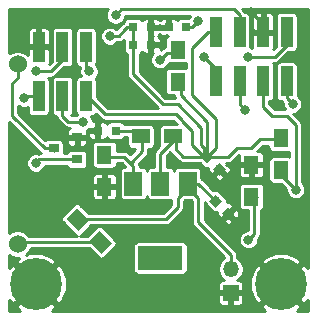
<source format=gbr>
G04 #@! TF.GenerationSoftware,KiCad,Pcbnew,no-vcs-found-33e0758~58~ubuntu16.04.1*
G04 #@! TF.CreationDate,2018-03-21T11:11:48+01:00*
G04 #@! TF.ProjectId,dropbuzzer,64726F7062757A7A65722E6B69636164,rev?*
G04 #@! TF.FileFunction,Copper,L2,Bot,Signal*
G04 #@! TF.FilePolarity,Positive*
%FSLAX46Y46*%
G04 Gerber Fmt 4.6, Leading zero omitted, Abs format (unit mm)*
G04 Created by KiCad (PCBNEW no-vcs-found-33e0758~58~ubuntu16.04.1) date Wed Mar 21 11:11:48 2018*
%MOMM*%
%LPD*%
G01*
G04 APERTURE LIST*
%ADD10C,0.100000*%
%ADD11C,4.400000*%
%ADD12C,1.524000*%
%ADD13R,1.000000X2.580000*%
%ADD14R,0.900000X0.800000*%
%ADD15R,0.800000X0.750000*%
%ADD16C,0.750000*%
%ADD17R,1.350000X1.350000*%
%ADD18O,1.350000X1.350000*%
%ADD19R,1.300000X1.500000*%
%ADD20C,1.300000*%
%ADD21R,1.500000X1.300000*%
%ADD22R,1.500000X2.000000*%
%ADD23R,3.800000X2.000000*%
%ADD24C,0.800000*%
%ADD25C,0.250000*%
%ADD26C,0.254000*%
G04 APERTURE END LIST*
D10*
D11*
X103000000Y-76500000D03*
D12*
X101450000Y-73100000D03*
X101450000Y-57900000D03*
D11*
X123750000Y-76500000D03*
D13*
X107250000Y-60585000D03*
X107250000Y-56415000D03*
X105250000Y-60585000D03*
X105250000Y-56415000D03*
X103250000Y-60585000D03*
X103250000Y-56415000D03*
X118250000Y-55165000D03*
X118250000Y-59335000D03*
X120250000Y-55165000D03*
X120250000Y-59335000D03*
X122250000Y-55165000D03*
X122250000Y-59335000D03*
X124250000Y-55165000D03*
X124250000Y-59335000D03*
D14*
X106500000Y-64050000D03*
X106500000Y-65950000D03*
X104500000Y-65000000D03*
D15*
X114250000Y-54750000D03*
X115750000Y-54750000D03*
X112750000Y-54750000D03*
X111250000Y-54750000D03*
X111250000Y-56250000D03*
X112750000Y-56250000D03*
D16*
X118219670Y-69469670D03*
D10*
G36*
X117671662Y-69451992D02*
X118201992Y-68921662D01*
X118767678Y-69487348D01*
X118237348Y-70017678D01*
X117671662Y-69451992D01*
X117671662Y-69451992D01*
G37*
D16*
X119280330Y-70530330D03*
D10*
G36*
X118732322Y-70512652D02*
X119262652Y-69982322D01*
X119828338Y-70548008D01*
X119298008Y-71078338D01*
X118732322Y-70512652D01*
X118732322Y-70512652D01*
G37*
D15*
X109750000Y-63500000D03*
X108250000Y-63500000D03*
D16*
X118530330Y-66780330D03*
D10*
G36*
X117982322Y-66762652D02*
X118512652Y-66232322D01*
X119078338Y-66798008D01*
X118548008Y-67328338D01*
X117982322Y-66762652D01*
X117982322Y-66762652D01*
G37*
D16*
X117469670Y-65719670D03*
D10*
G36*
X116921662Y-65701992D02*
X117451992Y-65171662D01*
X118017678Y-65737348D01*
X117487348Y-66267678D01*
X116921662Y-65701992D01*
X116921662Y-65701992D01*
G37*
D17*
X119500000Y-77250000D03*
D18*
X119500000Y-75250000D03*
D19*
X115000000Y-59350000D03*
X115000000Y-56650000D03*
X121250000Y-66400000D03*
X121250000Y-69100000D03*
X123750000Y-66850000D03*
X123750000Y-64150000D03*
D20*
X108454594Y-72954594D03*
D10*
G36*
X107464645Y-72883883D02*
X108383883Y-71964645D01*
X109444543Y-73025305D01*
X108525305Y-73944543D01*
X107464645Y-72883883D01*
X107464645Y-72883883D01*
G37*
D20*
X106545406Y-71045406D03*
D10*
G36*
X105555457Y-70974695D02*
X106474695Y-70055457D01*
X107535355Y-71116117D01*
X106616117Y-72035355D01*
X105555457Y-70974695D01*
X105555457Y-70974695D01*
G37*
D19*
X108801776Y-65550126D03*
X108801776Y-68250126D03*
D21*
X114600000Y-64000000D03*
X111900000Y-64000000D03*
D22*
X111251777Y-68000126D03*
X115851777Y-68000126D03*
X113551777Y-68000126D03*
D23*
X113551777Y-74300126D03*
D24*
X108500000Y-70000000D03*
X121250000Y-53500000D03*
X116750000Y-54250000D03*
X113500000Y-57500000D03*
X117250000Y-57250000D03*
X109250000Y-55500000D03*
X124750000Y-61250000D03*
X121000000Y-57250000D03*
X125000000Y-68500000D03*
X120750000Y-61750000D03*
X109750000Y-53750000D03*
X107500000Y-58500000D03*
X107000000Y-62750000D03*
X103000000Y-58500000D03*
X102000000Y-60750000D03*
X103000000Y-66250000D03*
X121000000Y-72750000D03*
D25*
X108454594Y-72954594D02*
X101545406Y-72954594D01*
X101545406Y-72954594D02*
X101500000Y-73000000D01*
X101500000Y-73000000D02*
X101450000Y-73100000D01*
X108454594Y-72954594D02*
X108454594Y-73204594D01*
X108454594Y-72954594D02*
X108454594Y-73704594D01*
X101450000Y-57900000D02*
X101450000Y-59050000D01*
X103750000Y-65000000D02*
X104250000Y-65000000D01*
X101000000Y-62250000D02*
X103750000Y-65000000D01*
X101000000Y-59500000D02*
X101000000Y-62250000D01*
X101450000Y-59050000D02*
X101000000Y-59500000D01*
X104250000Y-65000000D02*
X104500000Y-65000000D01*
X104250000Y-65000000D02*
X104500000Y-65000000D01*
X104500000Y-65250000D02*
X104500000Y-65000000D01*
X108750000Y-69750000D02*
X108750000Y-68500000D01*
X108500000Y-70000000D02*
X108750000Y-69750000D01*
X108750000Y-68500000D02*
X108801776Y-68250126D01*
X122250000Y-55165000D02*
X122250000Y-54500000D01*
X122250000Y-54500000D02*
X121250000Y-53500000D01*
X122250000Y-55000000D02*
X122250000Y-55165000D01*
X115750000Y-54750000D02*
X116250000Y-54750000D01*
X116250000Y-54750000D02*
X116750000Y-54250000D01*
X114100000Y-56900000D02*
X113500000Y-57500000D01*
X115000000Y-56900000D02*
X114100000Y-56900000D01*
X118250000Y-59335000D02*
X118250000Y-58250000D01*
X118250000Y-58250000D02*
X117250000Y-57250000D01*
X118250000Y-59335000D02*
X118250000Y-59250000D01*
X111250000Y-56500000D02*
X111250000Y-58750000D01*
X113750000Y-61250000D02*
X111250000Y-58750000D01*
X115000000Y-61250000D02*
X113750000Y-61250000D01*
X117000000Y-63250000D02*
X115000000Y-61250000D01*
X117000000Y-64750000D02*
X117000000Y-63250000D01*
X117000000Y-64750000D02*
X117250000Y-65000000D01*
X111250000Y-56500000D02*
X111250000Y-56250000D01*
X111250000Y-56250000D02*
X111250000Y-55000000D01*
X111250000Y-55000000D02*
X111250000Y-54750000D01*
X109250000Y-55500000D02*
X110000000Y-55500000D01*
X110750000Y-54750000D02*
X111250000Y-54750000D01*
X110500000Y-55000000D02*
X110750000Y-54750000D01*
X110000000Y-55500000D02*
X110500000Y-55000000D01*
X117250000Y-65000000D02*
X117250000Y-65500000D01*
X117250000Y-65500000D02*
X117469670Y-65719670D01*
X117469670Y-65719670D02*
X117469670Y-65280330D01*
X117469670Y-65280330D02*
X117500000Y-65250000D01*
X117500000Y-65250000D02*
X117500000Y-62750000D01*
X117469670Y-65719670D02*
X117530330Y-65719670D01*
X117530330Y-65719670D02*
X118250000Y-65000000D01*
X118250000Y-65000000D02*
X118250000Y-64250000D01*
X117469670Y-65719670D02*
X119280330Y-65719670D01*
X119280330Y-65719670D02*
X120000000Y-65000000D01*
X117469670Y-64780330D02*
X117469670Y-65719670D01*
X117469670Y-65719670D02*
X117469670Y-65219670D01*
X117469670Y-65219670D02*
X117250000Y-65000000D01*
X111250000Y-55000000D02*
X111250000Y-54750000D01*
X115250000Y-60500000D02*
X115250000Y-59500000D01*
X117500000Y-62750000D02*
X115250000Y-60500000D01*
X117500000Y-64750000D02*
X117500000Y-62750000D01*
X117469670Y-64780330D02*
X117500000Y-64750000D01*
X115250000Y-59500000D02*
X115000000Y-59350000D01*
X118250000Y-62500000D02*
X118250000Y-64250000D01*
X117375000Y-65625000D02*
X117469670Y-65719670D01*
X117250000Y-65500000D02*
X117469670Y-65719670D01*
X108875000Y-62125000D02*
X114875000Y-62125000D01*
X114875000Y-62125000D02*
X115250000Y-62500000D01*
X117250000Y-65750000D02*
X116250000Y-64750000D01*
X116250000Y-63500000D02*
X116250000Y-64750000D01*
X115500000Y-62750000D02*
X116250000Y-63500000D01*
X115500000Y-62750000D02*
X115250000Y-62500000D01*
X108875000Y-62125000D02*
X107250000Y-60500000D01*
X107250000Y-60500000D02*
X107250000Y-60585000D01*
X117469670Y-65719670D02*
X117469670Y-65469670D01*
X115250000Y-59750000D02*
X115000000Y-59600000D01*
X117250000Y-61500000D02*
X118250000Y-62500000D01*
X116250000Y-60500000D02*
X117250000Y-61500000D01*
X121250000Y-65000000D02*
X122000000Y-64250000D01*
X122000000Y-64250000D02*
X123500000Y-64250000D01*
X120000000Y-65000000D02*
X121250000Y-65000000D01*
X117250000Y-65750000D02*
X117469670Y-65719670D01*
X114850000Y-64000000D02*
X114850000Y-65100000D01*
X115469670Y-65719670D02*
X117469670Y-65719670D01*
X114850000Y-65100000D02*
X115469670Y-65719670D01*
X123500000Y-64250000D02*
X123750000Y-64150000D01*
X117250000Y-65750000D02*
X117250000Y-65500000D01*
X117250000Y-65500000D02*
X117250000Y-65750000D01*
X117585000Y-55165000D02*
X116250000Y-56500000D01*
X116250000Y-56500000D02*
X116250000Y-60500000D01*
X118250000Y-55165000D02*
X117585000Y-55165000D01*
X123750000Y-64500000D02*
X123750000Y-64150000D01*
X115000000Y-64250000D02*
X114850000Y-64000000D01*
X113551777Y-68000126D02*
X113551777Y-65448223D01*
X113551777Y-65448223D02*
X115000000Y-64000000D01*
X115000000Y-64000000D02*
X114850000Y-64000000D01*
X114850000Y-64000000D02*
X114850000Y-63900000D01*
X114850000Y-63900000D02*
X115000000Y-63750000D01*
X115000000Y-63750000D02*
X114850000Y-64000000D01*
X114500000Y-64250000D02*
X114850000Y-64000000D01*
X115851777Y-68000126D02*
X115851777Y-68351777D01*
X115851777Y-68351777D02*
X116750000Y-69250000D01*
X119500000Y-74000000D02*
X119500000Y-75000000D01*
X116750000Y-71250000D02*
X119500000Y-74000000D01*
X116750000Y-69250000D02*
X116750000Y-71250000D01*
X119500000Y-75000000D02*
X119500000Y-75250000D01*
X115851777Y-68000126D02*
X116750126Y-68000126D01*
X116750126Y-68000126D02*
X118250000Y-69500000D01*
X118250000Y-69500000D02*
X118219670Y-69469670D01*
X114000000Y-71000000D02*
X106500000Y-71000000D01*
X115000000Y-70000000D02*
X114000000Y-71000000D01*
X106500000Y-71000000D02*
X106500000Y-70850000D01*
X115851777Y-68000126D02*
X115851777Y-68398223D01*
X115851777Y-68398223D02*
X115000000Y-69250000D01*
X115000000Y-69250000D02*
X115000000Y-70000000D01*
X115851777Y-68000126D02*
X115851777Y-68148223D01*
X116000000Y-68500000D02*
X115851777Y-68000126D01*
X115851903Y-68000000D02*
X116000000Y-68000000D01*
X116000000Y-68000000D02*
X115851777Y-68000126D01*
X116250000Y-68750000D02*
X116000000Y-68500000D01*
X116000000Y-68500000D02*
X115851777Y-68000126D01*
X112150000Y-64000000D02*
X112150000Y-63900000D01*
X112150000Y-63900000D02*
X111750000Y-63500000D01*
X111750000Y-63500000D02*
X109750000Y-63500000D01*
X110875000Y-66125000D02*
X111125000Y-66125000D01*
X112000000Y-65250000D02*
X112000000Y-64000000D01*
X111125000Y-66125000D02*
X112000000Y-65250000D01*
X112000000Y-64000000D02*
X112150000Y-64000000D01*
X111251777Y-68000126D02*
X111251777Y-66501777D01*
X110500000Y-65750000D02*
X108750000Y-65750000D01*
X111251777Y-66501777D02*
X110875000Y-66125000D01*
X110875000Y-66125000D02*
X110500000Y-65750000D01*
X108750000Y-65750000D02*
X108801776Y-65550126D01*
X108750000Y-65750000D02*
X108801776Y-65550126D01*
X124250000Y-59335000D02*
X124250000Y-60750000D01*
X124250000Y-60750000D02*
X124750000Y-61250000D01*
X124250000Y-59335000D02*
X124250000Y-58250000D01*
X123250000Y-57250000D02*
X124250000Y-56250000D01*
X121000000Y-57250000D02*
X123250000Y-57250000D01*
X124250000Y-56250000D02*
X124250000Y-55165000D01*
X124500000Y-55000000D02*
X124250000Y-55165000D01*
X124250000Y-55165000D02*
X124250000Y-55500000D01*
X124250000Y-62250000D02*
X125000000Y-63000000D01*
X122250000Y-61500000D02*
X123000000Y-62250000D01*
X123000000Y-62250000D02*
X124250000Y-62250000D01*
X122250000Y-59335000D02*
X122250000Y-61500000D01*
X125000000Y-63000000D02*
X125000000Y-68500000D01*
X125125000Y-68375000D02*
X125000000Y-68500000D01*
X123750000Y-66850000D02*
X123750000Y-67250000D01*
X123750000Y-67250000D02*
X125000000Y-68500000D01*
X122250000Y-59335000D02*
X122250000Y-60250000D01*
X122250000Y-59750000D02*
X122250000Y-59335000D01*
X124750000Y-68250000D02*
X125000000Y-68500000D01*
X120250000Y-61250000D02*
X120250000Y-59750000D01*
X120750000Y-61750000D02*
X120250000Y-61250000D01*
X120250000Y-59750000D02*
X120250000Y-59335000D01*
X110250000Y-53250000D02*
X119750000Y-53250000D01*
X109750000Y-53750000D02*
X110250000Y-53250000D01*
X120250000Y-55165000D02*
X120250000Y-53750000D01*
X120250000Y-53750000D02*
X119750000Y-53250000D01*
X107250000Y-58250000D02*
X107250000Y-56750000D01*
X107500000Y-58500000D02*
X107250000Y-58250000D01*
X107250000Y-56750000D02*
X107250000Y-56415000D01*
X105250000Y-60585000D02*
X105250000Y-62250000D01*
X105750000Y-62750000D02*
X107000000Y-62750000D01*
X105250000Y-62250000D02*
X105750000Y-62750000D01*
X105250000Y-56415000D02*
X105250000Y-57500000D01*
X105250000Y-57500000D02*
X104250000Y-58500000D01*
X104250000Y-58500000D02*
X103000000Y-58500000D01*
X103250000Y-60585000D02*
X102165000Y-60585000D01*
X102165000Y-60585000D02*
X102000000Y-60750000D01*
X106500000Y-65950000D02*
X103300000Y-65950000D01*
X103300000Y-65950000D02*
X103000000Y-66250000D01*
X106750000Y-66000000D02*
X106500000Y-66000000D01*
X106500000Y-66000000D02*
X106500000Y-65950000D01*
X121500000Y-72250000D02*
X121500000Y-69000000D01*
X121000000Y-72750000D02*
X121500000Y-72250000D01*
X121500000Y-69000000D02*
X121750000Y-69100000D01*
D26*
G36*
X126018000Y-75151710D02*
X125972620Y-75042153D01*
X125645164Y-74784441D01*
X123929605Y-76500000D01*
X125645164Y-78215559D01*
X125972620Y-77957847D01*
X126018000Y-77845592D01*
X126018000Y-78768000D01*
X125098290Y-78768000D01*
X125207847Y-78722620D01*
X125465559Y-78395164D01*
X123750000Y-76679605D01*
X122034441Y-78395164D01*
X122292153Y-78722620D01*
X122404408Y-78768000D01*
X104348290Y-78768000D01*
X104457847Y-78722620D01*
X104715559Y-78395164D01*
X103000000Y-76679605D01*
X101284441Y-78395164D01*
X101542153Y-78722620D01*
X101654408Y-78768000D01*
X100732000Y-78768000D01*
X100732000Y-77848290D01*
X100777380Y-77957847D01*
X101104836Y-78215559D01*
X102820395Y-76500000D01*
X103179605Y-76500000D01*
X104895164Y-78215559D01*
X105222620Y-77957847D01*
X105416298Y-77478750D01*
X118418000Y-77478750D01*
X118418000Y-78005958D01*
X118479962Y-78155547D01*
X118594453Y-78270038D01*
X118744043Y-78332000D01*
X119271250Y-78332000D01*
X119373000Y-78230250D01*
X119373000Y-77377000D01*
X119627000Y-77377000D01*
X119627000Y-78230250D01*
X119728750Y-78332000D01*
X120255957Y-78332000D01*
X120405547Y-78270038D01*
X120520038Y-78155547D01*
X120582000Y-78005958D01*
X120582000Y-77478750D01*
X120480250Y-77377000D01*
X119627000Y-77377000D01*
X119373000Y-77377000D01*
X118519750Y-77377000D01*
X118418000Y-77478750D01*
X105416298Y-77478750D01*
X105611327Y-76996315D01*
X105602483Y-75959224D01*
X105222620Y-75042153D01*
X104895164Y-74784441D01*
X103179605Y-76500000D01*
X102820395Y-76500000D01*
X101104836Y-74784441D01*
X100777380Y-75042153D01*
X100732000Y-75154408D01*
X100732000Y-74035406D01*
X100786950Y-74090452D01*
X101216451Y-74268797D01*
X101562147Y-74269098D01*
X101542153Y-74277380D01*
X101284441Y-74604836D01*
X103000000Y-76320395D01*
X104715559Y-74604836D01*
X104457847Y-74277380D01*
X103496315Y-73888673D01*
X102459224Y-73897517D01*
X102196904Y-74006174D01*
X102440452Y-73763050D01*
X102555247Y-73486594D01*
X107480496Y-73486594D01*
X108231875Y-74237973D01*
X108366502Y-74327928D01*
X108525305Y-74359516D01*
X108684108Y-74327928D01*
X108818735Y-74237973D01*
X109737973Y-73318735D01*
X109750407Y-73300126D01*
X111236804Y-73300126D01*
X111236804Y-75300126D01*
X111268392Y-75458929D01*
X111358347Y-75593556D01*
X111492974Y-75683511D01*
X111651777Y-75715099D01*
X115451777Y-75715099D01*
X115610580Y-75683511D01*
X115745207Y-75593556D01*
X115835162Y-75458929D01*
X115866750Y-75300126D01*
X115866750Y-73300126D01*
X115835162Y-73141323D01*
X115745207Y-73006696D01*
X115610580Y-72916741D01*
X115451777Y-72885153D01*
X111651777Y-72885153D01*
X111492974Y-72916741D01*
X111358347Y-73006696D01*
X111268392Y-73141323D01*
X111236804Y-73300126D01*
X109750407Y-73300126D01*
X109827928Y-73184108D01*
X109859516Y-73025305D01*
X109827928Y-72866502D01*
X109737973Y-72731875D01*
X108677313Y-71671215D01*
X108542686Y-71581260D01*
X108383883Y-71549672D01*
X108225080Y-71581260D01*
X108090453Y-71671215D01*
X107339074Y-72422594D01*
X106755545Y-72422594D01*
X106774920Y-72418740D01*
X106909547Y-72328785D01*
X107706332Y-71532000D01*
X114000000Y-71532000D01*
X114203588Y-71491504D01*
X114376181Y-71376181D01*
X115376178Y-70376183D01*
X115376181Y-70376181D01*
X115491504Y-70203588D01*
X115491505Y-70203587D01*
X115532001Y-70000000D01*
X115532000Y-69999995D01*
X115532000Y-69470362D01*
X115587263Y-69415099D01*
X116162737Y-69415099D01*
X116218000Y-69470362D01*
X116218000Y-71250000D01*
X116258496Y-71453588D01*
X116343804Y-71581260D01*
X116373819Y-71626181D01*
X118968000Y-74220362D01*
X118968000Y-74315001D01*
X118713712Y-74484910D01*
X118479164Y-74835937D01*
X118396802Y-75250000D01*
X118479164Y-75664063D01*
X118713712Y-76015090D01*
X118942559Y-76168000D01*
X118744043Y-76168000D01*
X118594453Y-76229962D01*
X118479962Y-76344453D01*
X118418000Y-76494042D01*
X118418000Y-77021250D01*
X118519750Y-77123000D01*
X119373000Y-77123000D01*
X119373000Y-77103000D01*
X119627000Y-77103000D01*
X119627000Y-77123000D01*
X120480250Y-77123000D01*
X120582000Y-77021250D01*
X120582000Y-76494042D01*
X120520038Y-76344453D01*
X120405547Y-76229962D01*
X120255957Y-76168000D01*
X120057441Y-76168000D01*
X120286288Y-76015090D01*
X120293908Y-76003685D01*
X121138673Y-76003685D01*
X121147517Y-77040776D01*
X121527380Y-77957847D01*
X121854836Y-78215559D01*
X123570395Y-76500000D01*
X121854836Y-74784441D01*
X121527380Y-75042153D01*
X121138673Y-76003685D01*
X120293908Y-76003685D01*
X120520836Y-75664063D01*
X120603198Y-75250000D01*
X120520836Y-74835937D01*
X120366420Y-74604836D01*
X122034441Y-74604836D01*
X123750000Y-76320395D01*
X125465559Y-74604836D01*
X125207847Y-74277380D01*
X124246315Y-73888673D01*
X123209224Y-73897517D01*
X122292153Y-74277380D01*
X122034441Y-74604836D01*
X120366420Y-74604836D01*
X120286288Y-74484910D01*
X120032000Y-74315001D01*
X120032000Y-74000000D01*
X119991504Y-73796412D01*
X119876181Y-73623819D01*
X117353504Y-71101142D01*
X118889123Y-71101142D01*
X118889123Y-71245038D01*
X119067460Y-71423375D01*
X119217050Y-71485338D01*
X119378965Y-71485338D01*
X119528554Y-71423376D01*
X119689214Y-71262716D01*
X119689214Y-71118820D01*
X119280330Y-70709935D01*
X118889123Y-71101142D01*
X117353504Y-71101142D01*
X117282000Y-71029638D01*
X117282000Y-69579239D01*
X117288277Y-69610795D01*
X117378232Y-69745422D01*
X117943918Y-70311108D01*
X118078545Y-70401063D01*
X118237348Y-70432651D01*
X118332790Y-70413666D01*
X118325322Y-70431695D01*
X118325322Y-70593610D01*
X118387285Y-70743200D01*
X118565622Y-70921537D01*
X118709518Y-70921537D01*
X119100725Y-70530330D01*
X119459935Y-70530330D01*
X119868820Y-70939214D01*
X120012716Y-70939214D01*
X120173376Y-70778554D01*
X120235338Y-70628965D01*
X120235338Y-70467050D01*
X120173375Y-70317460D01*
X119995038Y-70139123D01*
X119851142Y-70139123D01*
X119459935Y-70530330D01*
X119100725Y-70530330D01*
X119086582Y-70516188D01*
X119266188Y-70336582D01*
X119280330Y-70350725D01*
X119671537Y-69959518D01*
X119671537Y-69815622D01*
X119493200Y-69637285D01*
X119343610Y-69575322D01*
X119181695Y-69575322D01*
X119163666Y-69582790D01*
X119182651Y-69487348D01*
X119151063Y-69328545D01*
X119061108Y-69193918D01*
X118495422Y-68628232D01*
X118360795Y-68538277D01*
X118201992Y-68506689D01*
X118043189Y-68538277D01*
X118041660Y-68539298D01*
X117852362Y-68350000D01*
X120185027Y-68350000D01*
X120185027Y-69850000D01*
X120216615Y-70008803D01*
X120306570Y-70143430D01*
X120441197Y-70233385D01*
X120600000Y-70264973D01*
X120968000Y-70264973D01*
X120968000Y-71942971D01*
X120840182Y-71942860D01*
X120543468Y-72065460D01*
X120316258Y-72292274D01*
X120193140Y-72588774D01*
X120192860Y-72909818D01*
X120315460Y-73206532D01*
X120542274Y-73433742D01*
X120838774Y-73556860D01*
X121159818Y-73557140D01*
X121456532Y-73434540D01*
X121683742Y-73207726D01*
X121806860Y-72911226D01*
X121807048Y-72695314D01*
X121876181Y-72626181D01*
X121900235Y-72590182D01*
X121991504Y-72453588D01*
X122032000Y-72250000D01*
X122032000Y-70238716D01*
X122058803Y-70233385D01*
X122193430Y-70143430D01*
X122283385Y-70008803D01*
X122314973Y-69850000D01*
X122314973Y-68350000D01*
X122283385Y-68191197D01*
X122193430Y-68056570D01*
X122058803Y-67966615D01*
X121900000Y-67935027D01*
X120600000Y-67935027D01*
X120441197Y-67966615D01*
X120306570Y-68056570D01*
X120216615Y-68191197D01*
X120185027Y-68350000D01*
X117852362Y-68350000D01*
X117126307Y-67623945D01*
X117070684Y-67586779D01*
X117016750Y-67550741D01*
X117016750Y-67351142D01*
X118139123Y-67351142D01*
X118139123Y-67495038D01*
X118317460Y-67673375D01*
X118467050Y-67735338D01*
X118628965Y-67735338D01*
X118778554Y-67673376D01*
X118939214Y-67512716D01*
X118939214Y-67368820D01*
X118530330Y-66959935D01*
X118139123Y-67351142D01*
X117016750Y-67351142D01*
X117016750Y-67000126D01*
X116985162Y-66841323D01*
X116895207Y-66706696D01*
X116760580Y-66616741D01*
X116601777Y-66585153D01*
X115101777Y-66585153D01*
X114942974Y-66616741D01*
X114808347Y-66706696D01*
X114718392Y-66841323D01*
X114701777Y-66924852D01*
X114685162Y-66841323D01*
X114595207Y-66706696D01*
X114460580Y-66616741D01*
X114301777Y-66585153D01*
X114083777Y-66585153D01*
X114083777Y-65668585D01*
X114394656Y-65357706D01*
X114473819Y-65476181D01*
X115093489Y-66095851D01*
X115266082Y-66211174D01*
X115469670Y-66251670D01*
X116884480Y-66251670D01*
X117193918Y-66561108D01*
X117328545Y-66651063D01*
X117487348Y-66682651D01*
X117582790Y-66663666D01*
X117575322Y-66681695D01*
X117575322Y-66843610D01*
X117637285Y-66993200D01*
X117815622Y-67171537D01*
X117959518Y-67171537D01*
X118350725Y-66780330D01*
X118336582Y-66766188D01*
X118516188Y-66586582D01*
X118530330Y-66600725D01*
X118544473Y-66586583D01*
X118724078Y-66766188D01*
X118709935Y-66780330D01*
X119118820Y-67189214D01*
X119262716Y-67189214D01*
X119423376Y-67028554D01*
X119485338Y-66878965D01*
X119485338Y-66717050D01*
X119448763Y-66628750D01*
X120193000Y-66628750D01*
X120193000Y-67230957D01*
X120254962Y-67380547D01*
X120369453Y-67495038D01*
X120519042Y-67557000D01*
X121021250Y-67557000D01*
X121123000Y-67455250D01*
X121123000Y-66527000D01*
X121377000Y-66527000D01*
X121377000Y-67455250D01*
X121478750Y-67557000D01*
X121980958Y-67557000D01*
X122130547Y-67495038D01*
X122245038Y-67380547D01*
X122307000Y-67230957D01*
X122307000Y-66628750D01*
X122205250Y-66527000D01*
X121377000Y-66527000D01*
X121123000Y-66527000D01*
X120294750Y-66527000D01*
X120193000Y-66628750D01*
X119448763Y-66628750D01*
X119423375Y-66567460D01*
X119245038Y-66389123D01*
X119101144Y-66389123D01*
X119173091Y-66317176D01*
X119107585Y-66251670D01*
X119280330Y-66251670D01*
X119483918Y-66211174D01*
X119656511Y-66095851D01*
X120199845Y-65552517D01*
X120193000Y-65569043D01*
X120193000Y-66171250D01*
X120294750Y-66273000D01*
X121123000Y-66273000D01*
X121123000Y-66253000D01*
X121377000Y-66253000D01*
X121377000Y-66273000D01*
X122205250Y-66273000D01*
X122307000Y-66171250D01*
X122307000Y-65569043D01*
X122245038Y-65419453D01*
X122130547Y-65304962D01*
X121980958Y-65243000D01*
X121759362Y-65243000D01*
X122220362Y-64782000D01*
X122685027Y-64782000D01*
X122685027Y-64900000D01*
X122716615Y-65058803D01*
X122806570Y-65193430D01*
X122941197Y-65283385D01*
X123100000Y-65314973D01*
X124400000Y-65314973D01*
X124468000Y-65301447D01*
X124468000Y-65698553D01*
X124400000Y-65685027D01*
X123100000Y-65685027D01*
X122941197Y-65716615D01*
X122806570Y-65806570D01*
X122716615Y-65941197D01*
X122685027Y-66100000D01*
X122685027Y-67600000D01*
X122716615Y-67758803D01*
X122806570Y-67893430D01*
X122941197Y-67983385D01*
X123100000Y-68014973D01*
X123762611Y-68014973D01*
X124193047Y-68445409D01*
X124192860Y-68659818D01*
X124315460Y-68956532D01*
X124542274Y-69183742D01*
X124838774Y-69306860D01*
X125159818Y-69307140D01*
X125456532Y-69184540D01*
X125683742Y-68957726D01*
X125806860Y-68661226D01*
X125807140Y-68340182D01*
X125684540Y-68043468D01*
X125532000Y-67890662D01*
X125532000Y-63000000D01*
X125491504Y-62796412D01*
X125376181Y-62623819D01*
X124809414Y-62057052D01*
X124909818Y-62057140D01*
X125206532Y-61934540D01*
X125433742Y-61707726D01*
X125556860Y-61411226D01*
X125557140Y-61090182D01*
X125434540Y-60793468D01*
X125207726Y-60566258D01*
X125164973Y-60548505D01*
X125164973Y-58045000D01*
X125133385Y-57886197D01*
X125043430Y-57751570D01*
X124908803Y-57661615D01*
X124750000Y-57630027D01*
X123750000Y-57630027D01*
X123591197Y-57661615D01*
X123456570Y-57751570D01*
X123366615Y-57886197D01*
X123335027Y-58045000D01*
X123335027Y-60625000D01*
X123366615Y-60783803D01*
X123456570Y-60918430D01*
X123591197Y-61008385D01*
X123750000Y-61039973D01*
X123816217Y-61039973D01*
X123849765Y-61090182D01*
X123873819Y-61126181D01*
X123943047Y-61195409D01*
X123942860Y-61409818D01*
X124065460Y-61706532D01*
X124076908Y-61718000D01*
X123220362Y-61718000D01*
X122782000Y-61279638D01*
X122782000Y-61033608D01*
X122908803Y-61008385D01*
X123043430Y-60918430D01*
X123133385Y-60783803D01*
X123164973Y-60625000D01*
X123164973Y-58045000D01*
X123133385Y-57886197D01*
X123063763Y-57782000D01*
X123250000Y-57782000D01*
X123453588Y-57741504D01*
X123626181Y-57626181D01*
X124382388Y-56869973D01*
X124750000Y-56869973D01*
X124908803Y-56838385D01*
X125043430Y-56748430D01*
X125133385Y-56613803D01*
X125164973Y-56455000D01*
X125164973Y-53875000D01*
X125133385Y-53716197D01*
X125043430Y-53581570D01*
X124908803Y-53491615D01*
X124750000Y-53460027D01*
X123750000Y-53460027D01*
X123591197Y-53491615D01*
X123456570Y-53581570D01*
X123366615Y-53716197D01*
X123335027Y-53875000D01*
X123335027Y-56412611D01*
X123118335Y-56629304D01*
X123157000Y-56535957D01*
X123157000Y-55393750D01*
X123055250Y-55292000D01*
X122377000Y-55292000D01*
X122377000Y-55312000D01*
X122123000Y-55312000D01*
X122123000Y-55292000D01*
X121444750Y-55292000D01*
X121343000Y-55393750D01*
X121343000Y-56518619D01*
X121164973Y-56444696D01*
X121164973Y-53875000D01*
X121148870Y-53794043D01*
X121343000Y-53794043D01*
X121343000Y-54936250D01*
X121444750Y-55038000D01*
X122123000Y-55038000D01*
X122123000Y-53569750D01*
X122377000Y-53569750D01*
X122377000Y-55038000D01*
X123055250Y-55038000D01*
X123157000Y-54936250D01*
X123157000Y-53794043D01*
X123095038Y-53644453D01*
X122980547Y-53529962D01*
X122830958Y-53468000D01*
X122478750Y-53468000D01*
X122377000Y-53569750D01*
X122123000Y-53569750D01*
X122021250Y-53468000D01*
X121669042Y-53468000D01*
X121519453Y-53529962D01*
X121404962Y-53644453D01*
X121343000Y-53794043D01*
X121148870Y-53794043D01*
X121133385Y-53716197D01*
X121043430Y-53581570D01*
X120908803Y-53491615D01*
X120750000Y-53460027D01*
X120683783Y-53460027D01*
X120626181Y-53373819D01*
X120484362Y-53232000D01*
X126018000Y-53232000D01*
X126018000Y-75151710D01*
X126018000Y-75151710D01*
G37*
X126018000Y-75151710D02*
X125972620Y-75042153D01*
X125645164Y-74784441D01*
X123929605Y-76500000D01*
X125645164Y-78215559D01*
X125972620Y-77957847D01*
X126018000Y-77845592D01*
X126018000Y-78768000D01*
X125098290Y-78768000D01*
X125207847Y-78722620D01*
X125465559Y-78395164D01*
X123750000Y-76679605D01*
X122034441Y-78395164D01*
X122292153Y-78722620D01*
X122404408Y-78768000D01*
X104348290Y-78768000D01*
X104457847Y-78722620D01*
X104715559Y-78395164D01*
X103000000Y-76679605D01*
X101284441Y-78395164D01*
X101542153Y-78722620D01*
X101654408Y-78768000D01*
X100732000Y-78768000D01*
X100732000Y-77848290D01*
X100777380Y-77957847D01*
X101104836Y-78215559D01*
X102820395Y-76500000D01*
X103179605Y-76500000D01*
X104895164Y-78215559D01*
X105222620Y-77957847D01*
X105416298Y-77478750D01*
X118418000Y-77478750D01*
X118418000Y-78005958D01*
X118479962Y-78155547D01*
X118594453Y-78270038D01*
X118744043Y-78332000D01*
X119271250Y-78332000D01*
X119373000Y-78230250D01*
X119373000Y-77377000D01*
X119627000Y-77377000D01*
X119627000Y-78230250D01*
X119728750Y-78332000D01*
X120255957Y-78332000D01*
X120405547Y-78270038D01*
X120520038Y-78155547D01*
X120582000Y-78005958D01*
X120582000Y-77478750D01*
X120480250Y-77377000D01*
X119627000Y-77377000D01*
X119373000Y-77377000D01*
X118519750Y-77377000D01*
X118418000Y-77478750D01*
X105416298Y-77478750D01*
X105611327Y-76996315D01*
X105602483Y-75959224D01*
X105222620Y-75042153D01*
X104895164Y-74784441D01*
X103179605Y-76500000D01*
X102820395Y-76500000D01*
X101104836Y-74784441D01*
X100777380Y-75042153D01*
X100732000Y-75154408D01*
X100732000Y-74035406D01*
X100786950Y-74090452D01*
X101216451Y-74268797D01*
X101562147Y-74269098D01*
X101542153Y-74277380D01*
X101284441Y-74604836D01*
X103000000Y-76320395D01*
X104715559Y-74604836D01*
X104457847Y-74277380D01*
X103496315Y-73888673D01*
X102459224Y-73897517D01*
X102196904Y-74006174D01*
X102440452Y-73763050D01*
X102555247Y-73486594D01*
X107480496Y-73486594D01*
X108231875Y-74237973D01*
X108366502Y-74327928D01*
X108525305Y-74359516D01*
X108684108Y-74327928D01*
X108818735Y-74237973D01*
X109737973Y-73318735D01*
X109750407Y-73300126D01*
X111236804Y-73300126D01*
X111236804Y-75300126D01*
X111268392Y-75458929D01*
X111358347Y-75593556D01*
X111492974Y-75683511D01*
X111651777Y-75715099D01*
X115451777Y-75715099D01*
X115610580Y-75683511D01*
X115745207Y-75593556D01*
X115835162Y-75458929D01*
X115866750Y-75300126D01*
X115866750Y-73300126D01*
X115835162Y-73141323D01*
X115745207Y-73006696D01*
X115610580Y-72916741D01*
X115451777Y-72885153D01*
X111651777Y-72885153D01*
X111492974Y-72916741D01*
X111358347Y-73006696D01*
X111268392Y-73141323D01*
X111236804Y-73300126D01*
X109750407Y-73300126D01*
X109827928Y-73184108D01*
X109859516Y-73025305D01*
X109827928Y-72866502D01*
X109737973Y-72731875D01*
X108677313Y-71671215D01*
X108542686Y-71581260D01*
X108383883Y-71549672D01*
X108225080Y-71581260D01*
X108090453Y-71671215D01*
X107339074Y-72422594D01*
X106755545Y-72422594D01*
X106774920Y-72418740D01*
X106909547Y-72328785D01*
X107706332Y-71532000D01*
X114000000Y-71532000D01*
X114203588Y-71491504D01*
X114376181Y-71376181D01*
X115376178Y-70376183D01*
X115376181Y-70376181D01*
X115491504Y-70203588D01*
X115491505Y-70203587D01*
X115532001Y-70000000D01*
X115532000Y-69999995D01*
X115532000Y-69470362D01*
X115587263Y-69415099D01*
X116162737Y-69415099D01*
X116218000Y-69470362D01*
X116218000Y-71250000D01*
X116258496Y-71453588D01*
X116343804Y-71581260D01*
X116373819Y-71626181D01*
X118968000Y-74220362D01*
X118968000Y-74315001D01*
X118713712Y-74484910D01*
X118479164Y-74835937D01*
X118396802Y-75250000D01*
X118479164Y-75664063D01*
X118713712Y-76015090D01*
X118942559Y-76168000D01*
X118744043Y-76168000D01*
X118594453Y-76229962D01*
X118479962Y-76344453D01*
X118418000Y-76494042D01*
X118418000Y-77021250D01*
X118519750Y-77123000D01*
X119373000Y-77123000D01*
X119373000Y-77103000D01*
X119627000Y-77103000D01*
X119627000Y-77123000D01*
X120480250Y-77123000D01*
X120582000Y-77021250D01*
X120582000Y-76494042D01*
X120520038Y-76344453D01*
X120405547Y-76229962D01*
X120255957Y-76168000D01*
X120057441Y-76168000D01*
X120286288Y-76015090D01*
X120293908Y-76003685D01*
X121138673Y-76003685D01*
X121147517Y-77040776D01*
X121527380Y-77957847D01*
X121854836Y-78215559D01*
X123570395Y-76500000D01*
X121854836Y-74784441D01*
X121527380Y-75042153D01*
X121138673Y-76003685D01*
X120293908Y-76003685D01*
X120520836Y-75664063D01*
X120603198Y-75250000D01*
X120520836Y-74835937D01*
X120366420Y-74604836D01*
X122034441Y-74604836D01*
X123750000Y-76320395D01*
X125465559Y-74604836D01*
X125207847Y-74277380D01*
X124246315Y-73888673D01*
X123209224Y-73897517D01*
X122292153Y-74277380D01*
X122034441Y-74604836D01*
X120366420Y-74604836D01*
X120286288Y-74484910D01*
X120032000Y-74315001D01*
X120032000Y-74000000D01*
X119991504Y-73796412D01*
X119876181Y-73623819D01*
X117353504Y-71101142D01*
X118889123Y-71101142D01*
X118889123Y-71245038D01*
X119067460Y-71423375D01*
X119217050Y-71485338D01*
X119378965Y-71485338D01*
X119528554Y-71423376D01*
X119689214Y-71262716D01*
X119689214Y-71118820D01*
X119280330Y-70709935D01*
X118889123Y-71101142D01*
X117353504Y-71101142D01*
X117282000Y-71029638D01*
X117282000Y-69579239D01*
X117288277Y-69610795D01*
X117378232Y-69745422D01*
X117943918Y-70311108D01*
X118078545Y-70401063D01*
X118237348Y-70432651D01*
X118332790Y-70413666D01*
X118325322Y-70431695D01*
X118325322Y-70593610D01*
X118387285Y-70743200D01*
X118565622Y-70921537D01*
X118709518Y-70921537D01*
X119100725Y-70530330D01*
X119459935Y-70530330D01*
X119868820Y-70939214D01*
X120012716Y-70939214D01*
X120173376Y-70778554D01*
X120235338Y-70628965D01*
X120235338Y-70467050D01*
X120173375Y-70317460D01*
X119995038Y-70139123D01*
X119851142Y-70139123D01*
X119459935Y-70530330D01*
X119100725Y-70530330D01*
X119086582Y-70516188D01*
X119266188Y-70336582D01*
X119280330Y-70350725D01*
X119671537Y-69959518D01*
X119671537Y-69815622D01*
X119493200Y-69637285D01*
X119343610Y-69575322D01*
X119181695Y-69575322D01*
X119163666Y-69582790D01*
X119182651Y-69487348D01*
X119151063Y-69328545D01*
X119061108Y-69193918D01*
X118495422Y-68628232D01*
X118360795Y-68538277D01*
X118201992Y-68506689D01*
X118043189Y-68538277D01*
X118041660Y-68539298D01*
X117852362Y-68350000D01*
X120185027Y-68350000D01*
X120185027Y-69850000D01*
X120216615Y-70008803D01*
X120306570Y-70143430D01*
X120441197Y-70233385D01*
X120600000Y-70264973D01*
X120968000Y-70264973D01*
X120968000Y-71942971D01*
X120840182Y-71942860D01*
X120543468Y-72065460D01*
X120316258Y-72292274D01*
X120193140Y-72588774D01*
X120192860Y-72909818D01*
X120315460Y-73206532D01*
X120542274Y-73433742D01*
X120838774Y-73556860D01*
X121159818Y-73557140D01*
X121456532Y-73434540D01*
X121683742Y-73207726D01*
X121806860Y-72911226D01*
X121807048Y-72695314D01*
X121876181Y-72626181D01*
X121900235Y-72590182D01*
X121991504Y-72453588D01*
X122032000Y-72250000D01*
X122032000Y-70238716D01*
X122058803Y-70233385D01*
X122193430Y-70143430D01*
X122283385Y-70008803D01*
X122314973Y-69850000D01*
X122314973Y-68350000D01*
X122283385Y-68191197D01*
X122193430Y-68056570D01*
X122058803Y-67966615D01*
X121900000Y-67935027D01*
X120600000Y-67935027D01*
X120441197Y-67966615D01*
X120306570Y-68056570D01*
X120216615Y-68191197D01*
X120185027Y-68350000D01*
X117852362Y-68350000D01*
X117126307Y-67623945D01*
X117070684Y-67586779D01*
X117016750Y-67550741D01*
X117016750Y-67351142D01*
X118139123Y-67351142D01*
X118139123Y-67495038D01*
X118317460Y-67673375D01*
X118467050Y-67735338D01*
X118628965Y-67735338D01*
X118778554Y-67673376D01*
X118939214Y-67512716D01*
X118939214Y-67368820D01*
X118530330Y-66959935D01*
X118139123Y-67351142D01*
X117016750Y-67351142D01*
X117016750Y-67000126D01*
X116985162Y-66841323D01*
X116895207Y-66706696D01*
X116760580Y-66616741D01*
X116601777Y-66585153D01*
X115101777Y-66585153D01*
X114942974Y-66616741D01*
X114808347Y-66706696D01*
X114718392Y-66841323D01*
X114701777Y-66924852D01*
X114685162Y-66841323D01*
X114595207Y-66706696D01*
X114460580Y-66616741D01*
X114301777Y-66585153D01*
X114083777Y-66585153D01*
X114083777Y-65668585D01*
X114394656Y-65357706D01*
X114473819Y-65476181D01*
X115093489Y-66095851D01*
X115266082Y-66211174D01*
X115469670Y-66251670D01*
X116884480Y-66251670D01*
X117193918Y-66561108D01*
X117328545Y-66651063D01*
X117487348Y-66682651D01*
X117582790Y-66663666D01*
X117575322Y-66681695D01*
X117575322Y-66843610D01*
X117637285Y-66993200D01*
X117815622Y-67171537D01*
X117959518Y-67171537D01*
X118350725Y-66780330D01*
X118336582Y-66766188D01*
X118516188Y-66586582D01*
X118530330Y-66600725D01*
X118544473Y-66586583D01*
X118724078Y-66766188D01*
X118709935Y-66780330D01*
X119118820Y-67189214D01*
X119262716Y-67189214D01*
X119423376Y-67028554D01*
X119485338Y-66878965D01*
X119485338Y-66717050D01*
X119448763Y-66628750D01*
X120193000Y-66628750D01*
X120193000Y-67230957D01*
X120254962Y-67380547D01*
X120369453Y-67495038D01*
X120519042Y-67557000D01*
X121021250Y-67557000D01*
X121123000Y-67455250D01*
X121123000Y-66527000D01*
X121377000Y-66527000D01*
X121377000Y-67455250D01*
X121478750Y-67557000D01*
X121980958Y-67557000D01*
X122130547Y-67495038D01*
X122245038Y-67380547D01*
X122307000Y-67230957D01*
X122307000Y-66628750D01*
X122205250Y-66527000D01*
X121377000Y-66527000D01*
X121123000Y-66527000D01*
X120294750Y-66527000D01*
X120193000Y-66628750D01*
X119448763Y-66628750D01*
X119423375Y-66567460D01*
X119245038Y-66389123D01*
X119101144Y-66389123D01*
X119173091Y-66317176D01*
X119107585Y-66251670D01*
X119280330Y-66251670D01*
X119483918Y-66211174D01*
X119656511Y-66095851D01*
X120199845Y-65552517D01*
X120193000Y-65569043D01*
X120193000Y-66171250D01*
X120294750Y-66273000D01*
X121123000Y-66273000D01*
X121123000Y-66253000D01*
X121377000Y-66253000D01*
X121377000Y-66273000D01*
X122205250Y-66273000D01*
X122307000Y-66171250D01*
X122307000Y-65569043D01*
X122245038Y-65419453D01*
X122130547Y-65304962D01*
X121980958Y-65243000D01*
X121759362Y-65243000D01*
X122220362Y-64782000D01*
X122685027Y-64782000D01*
X122685027Y-64900000D01*
X122716615Y-65058803D01*
X122806570Y-65193430D01*
X122941197Y-65283385D01*
X123100000Y-65314973D01*
X124400000Y-65314973D01*
X124468000Y-65301447D01*
X124468000Y-65698553D01*
X124400000Y-65685027D01*
X123100000Y-65685027D01*
X122941197Y-65716615D01*
X122806570Y-65806570D01*
X122716615Y-65941197D01*
X122685027Y-66100000D01*
X122685027Y-67600000D01*
X122716615Y-67758803D01*
X122806570Y-67893430D01*
X122941197Y-67983385D01*
X123100000Y-68014973D01*
X123762611Y-68014973D01*
X124193047Y-68445409D01*
X124192860Y-68659818D01*
X124315460Y-68956532D01*
X124542274Y-69183742D01*
X124838774Y-69306860D01*
X125159818Y-69307140D01*
X125456532Y-69184540D01*
X125683742Y-68957726D01*
X125806860Y-68661226D01*
X125807140Y-68340182D01*
X125684540Y-68043468D01*
X125532000Y-67890662D01*
X125532000Y-63000000D01*
X125491504Y-62796412D01*
X125376181Y-62623819D01*
X124809414Y-62057052D01*
X124909818Y-62057140D01*
X125206532Y-61934540D01*
X125433742Y-61707726D01*
X125556860Y-61411226D01*
X125557140Y-61090182D01*
X125434540Y-60793468D01*
X125207726Y-60566258D01*
X125164973Y-60548505D01*
X125164973Y-58045000D01*
X125133385Y-57886197D01*
X125043430Y-57751570D01*
X124908803Y-57661615D01*
X124750000Y-57630027D01*
X123750000Y-57630027D01*
X123591197Y-57661615D01*
X123456570Y-57751570D01*
X123366615Y-57886197D01*
X123335027Y-58045000D01*
X123335027Y-60625000D01*
X123366615Y-60783803D01*
X123456570Y-60918430D01*
X123591197Y-61008385D01*
X123750000Y-61039973D01*
X123816217Y-61039973D01*
X123849765Y-61090182D01*
X123873819Y-61126181D01*
X123943047Y-61195409D01*
X123942860Y-61409818D01*
X124065460Y-61706532D01*
X124076908Y-61718000D01*
X123220362Y-61718000D01*
X122782000Y-61279638D01*
X122782000Y-61033608D01*
X122908803Y-61008385D01*
X123043430Y-60918430D01*
X123133385Y-60783803D01*
X123164973Y-60625000D01*
X123164973Y-58045000D01*
X123133385Y-57886197D01*
X123063763Y-57782000D01*
X123250000Y-57782000D01*
X123453588Y-57741504D01*
X123626181Y-57626181D01*
X124382388Y-56869973D01*
X124750000Y-56869973D01*
X124908803Y-56838385D01*
X125043430Y-56748430D01*
X125133385Y-56613803D01*
X125164973Y-56455000D01*
X125164973Y-53875000D01*
X125133385Y-53716197D01*
X125043430Y-53581570D01*
X124908803Y-53491615D01*
X124750000Y-53460027D01*
X123750000Y-53460027D01*
X123591197Y-53491615D01*
X123456570Y-53581570D01*
X123366615Y-53716197D01*
X123335027Y-53875000D01*
X123335027Y-56412611D01*
X123118335Y-56629304D01*
X123157000Y-56535957D01*
X123157000Y-55393750D01*
X123055250Y-55292000D01*
X122377000Y-55292000D01*
X122377000Y-55312000D01*
X122123000Y-55312000D01*
X122123000Y-55292000D01*
X121444750Y-55292000D01*
X121343000Y-55393750D01*
X121343000Y-56518619D01*
X121164973Y-56444696D01*
X121164973Y-53875000D01*
X121148870Y-53794043D01*
X121343000Y-53794043D01*
X121343000Y-54936250D01*
X121444750Y-55038000D01*
X122123000Y-55038000D01*
X122123000Y-53569750D01*
X122377000Y-53569750D01*
X122377000Y-55038000D01*
X123055250Y-55038000D01*
X123157000Y-54936250D01*
X123157000Y-53794043D01*
X123095038Y-53644453D01*
X122980547Y-53529962D01*
X122830958Y-53468000D01*
X122478750Y-53468000D01*
X122377000Y-53569750D01*
X122123000Y-53569750D01*
X122021250Y-53468000D01*
X121669042Y-53468000D01*
X121519453Y-53529962D01*
X121404962Y-53644453D01*
X121343000Y-53794043D01*
X121148870Y-53794043D01*
X121133385Y-53716197D01*
X121043430Y-53581570D01*
X120908803Y-53491615D01*
X120750000Y-53460027D01*
X120683783Y-53460027D01*
X120626181Y-53373819D01*
X120484362Y-53232000D01*
X126018000Y-53232000D01*
X126018000Y-75151710D01*
G36*
X109066258Y-53292274D02*
X108943140Y-53588774D01*
X108942860Y-53909818D01*
X109065460Y-54206532D01*
X109292274Y-54433742D01*
X109588774Y-54556860D01*
X109909818Y-54557140D01*
X110206532Y-54434540D01*
X110433742Y-54207726D01*
X110556860Y-53911226D01*
X110556973Y-53782000D01*
X116076550Y-53782000D01*
X116066258Y-53792274D01*
X115996601Y-53960027D01*
X115350000Y-53960027D01*
X115191197Y-53991615D01*
X115056570Y-54081570D01*
X115002506Y-54162482D01*
X114995038Y-54144453D01*
X114880547Y-54029962D01*
X114730957Y-53968000D01*
X114478750Y-53968000D01*
X114377000Y-54069750D01*
X114377000Y-54623000D01*
X114397000Y-54623000D01*
X114397000Y-54877000D01*
X114377000Y-54877000D01*
X114377000Y-54897000D01*
X114123000Y-54897000D01*
X114123000Y-54877000D01*
X113544750Y-54877000D01*
X113500000Y-54921750D01*
X113455250Y-54877000D01*
X112877000Y-54877000D01*
X112877000Y-55430250D01*
X112946750Y-55500000D01*
X112877000Y-55569750D01*
X112877000Y-56123000D01*
X113455250Y-56123000D01*
X113557000Y-56021250D01*
X113557000Y-55794042D01*
X113495038Y-55644453D01*
X113380547Y-55529962D01*
X113308212Y-55500000D01*
X113380547Y-55470038D01*
X113495038Y-55355547D01*
X113500000Y-55343568D01*
X113504962Y-55355547D01*
X113619453Y-55470038D01*
X113769043Y-55532000D01*
X114021250Y-55532000D01*
X114122998Y-55430252D01*
X114122998Y-55532000D01*
X114168172Y-55532000D01*
X114056570Y-55606570D01*
X113966615Y-55741197D01*
X113935027Y-55900000D01*
X113935027Y-56400815D01*
X113896412Y-56408496D01*
X113759467Y-56500000D01*
X113723819Y-56523819D01*
X113557000Y-56690638D01*
X113557000Y-56478750D01*
X113455250Y-56377000D01*
X112877000Y-56377000D01*
X112877000Y-56930250D01*
X112902716Y-56955966D01*
X112816258Y-57042274D01*
X112693140Y-57338774D01*
X112692860Y-57659818D01*
X112815460Y-57956532D01*
X113042274Y-58183742D01*
X113338774Y-58306860D01*
X113659818Y-58307140D01*
X113956532Y-58184540D01*
X114183742Y-57957726D01*
X114251181Y-57795317D01*
X114350000Y-57814973D01*
X115650000Y-57814973D01*
X115718000Y-57801447D01*
X115718000Y-58198553D01*
X115650000Y-58185027D01*
X114350000Y-58185027D01*
X114191197Y-58216615D01*
X114056570Y-58306570D01*
X113966615Y-58441197D01*
X113935027Y-58600000D01*
X113935027Y-60100000D01*
X113966615Y-60258803D01*
X114056570Y-60393430D01*
X114191197Y-60483385D01*
X114350000Y-60514973D01*
X114720978Y-60514973D01*
X114758496Y-60703588D01*
X114768126Y-60718000D01*
X113970362Y-60718000D01*
X111782000Y-58529638D01*
X111782000Y-57013716D01*
X111808803Y-57008385D01*
X111943430Y-56918430D01*
X111997494Y-56837518D01*
X112004962Y-56855547D01*
X112119453Y-56970038D01*
X112269043Y-57032000D01*
X112521250Y-57032000D01*
X112623000Y-56930250D01*
X112623000Y-56377000D01*
X112603000Y-56377000D01*
X112603000Y-56123000D01*
X112623000Y-56123000D01*
X112623000Y-55569750D01*
X112553250Y-55500000D01*
X112623000Y-55430250D01*
X112623000Y-54877000D01*
X112603000Y-54877000D01*
X112603000Y-54623000D01*
X112623000Y-54623000D01*
X112623000Y-54069750D01*
X112877000Y-54069750D01*
X112877000Y-54623000D01*
X113455250Y-54623000D01*
X113500000Y-54578250D01*
X113544750Y-54623000D01*
X114123000Y-54623000D01*
X114123000Y-54069750D01*
X114021250Y-53968000D01*
X113769043Y-53968000D01*
X113619453Y-54029962D01*
X113504962Y-54144453D01*
X113500000Y-54156432D01*
X113495038Y-54144453D01*
X113380547Y-54029962D01*
X113230957Y-53968000D01*
X112978750Y-53968000D01*
X112877000Y-54069750D01*
X112623000Y-54069750D01*
X112521250Y-53968000D01*
X112269043Y-53968000D01*
X112119453Y-54029962D01*
X112004962Y-54144453D01*
X111997494Y-54162482D01*
X111943430Y-54081570D01*
X111808803Y-53991615D01*
X111650000Y-53960027D01*
X110850000Y-53960027D01*
X110691197Y-53991615D01*
X110556570Y-54081570D01*
X110466615Y-54216197D01*
X110444680Y-54326471D01*
X110373819Y-54373819D01*
X109819455Y-54928183D01*
X109707726Y-54816258D01*
X109411226Y-54693140D01*
X109090182Y-54692860D01*
X108793468Y-54815460D01*
X108566258Y-55042274D01*
X108443140Y-55338774D01*
X108442860Y-55659818D01*
X108565460Y-55956532D01*
X108792274Y-56183742D01*
X109088774Y-56306860D01*
X109409818Y-56307140D01*
X109706532Y-56184540D01*
X109859338Y-56032000D01*
X110000000Y-56032000D01*
X110203588Y-55991504D01*
X110376181Y-55876181D01*
X110449345Y-55803017D01*
X110435027Y-55875000D01*
X110435027Y-56625000D01*
X110466615Y-56783803D01*
X110556570Y-56918430D01*
X110691197Y-57008385D01*
X110718000Y-57013716D01*
X110718000Y-58750000D01*
X110758496Y-58953588D01*
X110835476Y-59068797D01*
X110873819Y-59126181D01*
X113340638Y-61593000D01*
X109095362Y-61593000D01*
X108164973Y-60662611D01*
X108164973Y-59295000D01*
X108133385Y-59136197D01*
X108081999Y-59059292D01*
X108183742Y-58957726D01*
X108306860Y-58661226D01*
X108307140Y-58340182D01*
X108184540Y-58043468D01*
X108081983Y-57940732D01*
X108133385Y-57863803D01*
X108164973Y-57705000D01*
X108164973Y-55125000D01*
X108133385Y-54966197D01*
X108043430Y-54831570D01*
X107908803Y-54741615D01*
X107750000Y-54710027D01*
X106750000Y-54710027D01*
X106591197Y-54741615D01*
X106456570Y-54831570D01*
X106366615Y-54966197D01*
X106335027Y-55125000D01*
X106335027Y-57705000D01*
X106366615Y-57863803D01*
X106456570Y-57998430D01*
X106591197Y-58088385D01*
X106718000Y-58113608D01*
X106718000Y-58250000D01*
X106721887Y-58269543D01*
X106693140Y-58338774D01*
X106692860Y-58659818D01*
X106783849Y-58880027D01*
X106750000Y-58880027D01*
X106591197Y-58911615D01*
X106456570Y-59001570D01*
X106366615Y-59136197D01*
X106335027Y-59295000D01*
X106335027Y-61875000D01*
X106366615Y-62033803D01*
X106450067Y-62158698D01*
X106390662Y-62218000D01*
X105970362Y-62218000D01*
X105969914Y-62217552D01*
X106043430Y-62168430D01*
X106133385Y-62033803D01*
X106164973Y-61875000D01*
X106164973Y-59295000D01*
X106133385Y-59136197D01*
X106043430Y-59001570D01*
X105908803Y-58911615D01*
X105750000Y-58880027D01*
X104750000Y-58880027D01*
X104591197Y-58911615D01*
X104456570Y-59001570D01*
X104366615Y-59136197D01*
X104335027Y-59295000D01*
X104335027Y-61875000D01*
X104366615Y-62033803D01*
X104456570Y-62168430D01*
X104591197Y-62258385D01*
X104724960Y-62284992D01*
X104758496Y-62453588D01*
X104849765Y-62590182D01*
X104873819Y-62626181D01*
X105373819Y-63126181D01*
X105546412Y-63241504D01*
X105750000Y-63282000D01*
X105874888Y-63282000D01*
X105819453Y-63304962D01*
X105704962Y-63419453D01*
X105643000Y-63569042D01*
X105643000Y-63821250D01*
X105744750Y-63923000D01*
X106373000Y-63923000D01*
X106373000Y-63903000D01*
X106627000Y-63903000D01*
X106627000Y-63923000D01*
X107255250Y-63923000D01*
X107357000Y-63821250D01*
X107357000Y-63728750D01*
X107443000Y-63728750D01*
X107443000Y-63955958D01*
X107504962Y-64105547D01*
X107619453Y-64220038D01*
X107769043Y-64282000D01*
X108021250Y-64282000D01*
X108123000Y-64180250D01*
X108123000Y-63627000D01*
X107544750Y-63627000D01*
X107443000Y-63728750D01*
X107357000Y-63728750D01*
X107357000Y-63569042D01*
X107323975Y-63489312D01*
X107456532Y-63434540D01*
X107531476Y-63359726D01*
X107544750Y-63373000D01*
X108123000Y-63373000D01*
X108123000Y-62819750D01*
X108021250Y-62718000D01*
X107807029Y-62718000D01*
X107807140Y-62590182D01*
X107684540Y-62293468D01*
X107681051Y-62289973D01*
X107750000Y-62289973D01*
X107908803Y-62258385D01*
X108043430Y-62168430D01*
X108092552Y-62094914D01*
X108498819Y-62501181D01*
X108671412Y-62616504D01*
X108875000Y-62657000D01*
X114654638Y-62657000D01*
X114932665Y-62935027D01*
X113850000Y-62935027D01*
X113691197Y-62966615D01*
X113556570Y-63056570D01*
X113466615Y-63191197D01*
X113435027Y-63350000D01*
X113435027Y-64650000D01*
X113462006Y-64785632D01*
X113175596Y-65072042D01*
X113060273Y-65244635D01*
X113019777Y-65448223D01*
X113019777Y-66585153D01*
X112801777Y-66585153D01*
X112642974Y-66616741D01*
X112508347Y-66706696D01*
X112418392Y-66841323D01*
X112401777Y-66924852D01*
X112385162Y-66841323D01*
X112295207Y-66706696D01*
X112160580Y-66616741D01*
X112001777Y-66585153D01*
X111783777Y-66585153D01*
X111783777Y-66501777D01*
X111743281Y-66298189D01*
X111727617Y-66274745D01*
X112376181Y-65626181D01*
X112416753Y-65565460D01*
X112491504Y-65453588D01*
X112532000Y-65250000D01*
X112532000Y-65064973D01*
X112650000Y-65064973D01*
X112808803Y-65033385D01*
X112943430Y-64943430D01*
X113033385Y-64808803D01*
X113064973Y-64650000D01*
X113064973Y-63350000D01*
X113033385Y-63191197D01*
X112943430Y-63056570D01*
X112808803Y-62966615D01*
X112650000Y-62935027D01*
X111150000Y-62935027D01*
X110991197Y-62966615D01*
X110989124Y-62968000D01*
X110533744Y-62968000D01*
X110533385Y-62966197D01*
X110443430Y-62831570D01*
X110308803Y-62741615D01*
X110150000Y-62710027D01*
X109350000Y-62710027D01*
X109191197Y-62741615D01*
X109056570Y-62831570D01*
X109002506Y-62912482D01*
X108995038Y-62894453D01*
X108880547Y-62779962D01*
X108730957Y-62718000D01*
X108478750Y-62718000D01*
X108377000Y-62819750D01*
X108377000Y-63373000D01*
X108397000Y-63373000D01*
X108397000Y-63627000D01*
X108377000Y-63627000D01*
X108377000Y-64180250D01*
X108478750Y-64282000D01*
X108730957Y-64282000D01*
X108880547Y-64220038D01*
X108995038Y-64105547D01*
X109002506Y-64087518D01*
X109056570Y-64168430D01*
X109191197Y-64258385D01*
X109350000Y-64289973D01*
X110150000Y-64289973D01*
X110308803Y-64258385D01*
X110443430Y-64168430D01*
X110533385Y-64033803D01*
X110533744Y-64032000D01*
X110735027Y-64032000D01*
X110735027Y-64650000D01*
X110766615Y-64808803D01*
X110856570Y-64943430D01*
X110991197Y-65033385D01*
X111150000Y-65064973D01*
X111432665Y-65064973D01*
X111000000Y-65497638D01*
X110876181Y-65373819D01*
X110830789Y-65343489D01*
X110703588Y-65258496D01*
X110500000Y-65218000D01*
X109866749Y-65218000D01*
X109866749Y-64800126D01*
X109835161Y-64641323D01*
X109745206Y-64506696D01*
X109610579Y-64416741D01*
X109451776Y-64385153D01*
X108151776Y-64385153D01*
X107992973Y-64416741D01*
X107858346Y-64506696D01*
X107768391Y-64641323D01*
X107736803Y-64800126D01*
X107736803Y-66300126D01*
X107768391Y-66458929D01*
X107858346Y-66593556D01*
X107992973Y-66683511D01*
X108151776Y-66715099D01*
X109451776Y-66715099D01*
X109610579Y-66683511D01*
X109745206Y-66593556D01*
X109835161Y-66458929D01*
X109866749Y-66300126D01*
X109866749Y-66282000D01*
X110279638Y-66282000D01*
X110582791Y-66585153D01*
X110501777Y-66585153D01*
X110342974Y-66616741D01*
X110208347Y-66706696D01*
X110118392Y-66841323D01*
X110086804Y-67000126D01*
X110086804Y-69000126D01*
X110118392Y-69158929D01*
X110208347Y-69293556D01*
X110342974Y-69383511D01*
X110501777Y-69415099D01*
X112001777Y-69415099D01*
X112160580Y-69383511D01*
X112295207Y-69293556D01*
X112385162Y-69158929D01*
X112401777Y-69075400D01*
X112418392Y-69158929D01*
X112508347Y-69293556D01*
X112642974Y-69383511D01*
X112801777Y-69415099D01*
X114301777Y-69415099D01*
X114460580Y-69383511D01*
X114468000Y-69378553D01*
X114468000Y-69779639D01*
X113779638Y-70468000D01*
X107474098Y-70468000D01*
X106768125Y-69762027D01*
X106633498Y-69672072D01*
X106474695Y-69640484D01*
X106315892Y-69672072D01*
X106181265Y-69762027D01*
X105262027Y-70681265D01*
X105172072Y-70815892D01*
X105140484Y-70974695D01*
X105172072Y-71133498D01*
X105262027Y-71268125D01*
X106322687Y-72328785D01*
X106457314Y-72418740D01*
X106476689Y-72422594D01*
X102425550Y-72422594D01*
X102113050Y-72109548D01*
X101683549Y-71931203D01*
X101218492Y-71930798D01*
X100788680Y-72108392D01*
X100732000Y-72164973D01*
X100732000Y-68478876D01*
X107744776Y-68478876D01*
X107744776Y-69081083D01*
X107806738Y-69230673D01*
X107921229Y-69345164D01*
X108070818Y-69407126D01*
X108573026Y-69407126D01*
X108674776Y-69305376D01*
X108674776Y-68377126D01*
X108928776Y-68377126D01*
X108928776Y-69305376D01*
X109030526Y-69407126D01*
X109532734Y-69407126D01*
X109682323Y-69345164D01*
X109796814Y-69230673D01*
X109858776Y-69081083D01*
X109858776Y-68478876D01*
X109757026Y-68377126D01*
X108928776Y-68377126D01*
X108674776Y-68377126D01*
X107846526Y-68377126D01*
X107744776Y-68478876D01*
X100732000Y-68478876D01*
X100732000Y-67419169D01*
X107744776Y-67419169D01*
X107744776Y-68021376D01*
X107846526Y-68123126D01*
X108674776Y-68123126D01*
X108674776Y-67194876D01*
X108928776Y-67194876D01*
X108928776Y-68123126D01*
X109757026Y-68123126D01*
X109858776Y-68021376D01*
X109858776Y-67419169D01*
X109796814Y-67269579D01*
X109682323Y-67155088D01*
X109532734Y-67093126D01*
X109030526Y-67093126D01*
X108928776Y-67194876D01*
X108674776Y-67194876D01*
X108573026Y-67093126D01*
X108070818Y-67093126D01*
X107921229Y-67155088D01*
X107806738Y-67269579D01*
X107744776Y-67419169D01*
X100732000Y-67419169D01*
X100732000Y-62734362D01*
X103373819Y-65376181D01*
X103436406Y-65418000D01*
X103300000Y-65418000D01*
X103165238Y-65444806D01*
X103161226Y-65443140D01*
X102840182Y-65442860D01*
X102543468Y-65565460D01*
X102316258Y-65792274D01*
X102193140Y-66088774D01*
X102192860Y-66409818D01*
X102315460Y-66706532D01*
X102542274Y-66933742D01*
X102838774Y-67056860D01*
X103159818Y-67057140D01*
X103456532Y-66934540D01*
X103683742Y-66707726D01*
X103777472Y-66482000D01*
X105661284Y-66482000D01*
X105666615Y-66508803D01*
X105756570Y-66643430D01*
X105891197Y-66733385D01*
X106050000Y-66764973D01*
X106950000Y-66764973D01*
X107108803Y-66733385D01*
X107243430Y-66643430D01*
X107333385Y-66508803D01*
X107364973Y-66350000D01*
X107364973Y-65550000D01*
X107333385Y-65391197D01*
X107243430Y-65256570D01*
X107108803Y-65166615D01*
X106950000Y-65135027D01*
X106050000Y-65135027D01*
X105891197Y-65166615D01*
X105756570Y-65256570D01*
X105666615Y-65391197D01*
X105661284Y-65418000D01*
X105361393Y-65418000D01*
X105364973Y-65400000D01*
X105364973Y-64600000D01*
X105333385Y-64441197D01*
X105243430Y-64306570D01*
X105201795Y-64278750D01*
X105643000Y-64278750D01*
X105643000Y-64530958D01*
X105704962Y-64680547D01*
X105819453Y-64795038D01*
X105969043Y-64857000D01*
X106271250Y-64857000D01*
X106373000Y-64755250D01*
X106373000Y-64177000D01*
X106627000Y-64177000D01*
X106627000Y-64755250D01*
X106728750Y-64857000D01*
X107030957Y-64857000D01*
X107180547Y-64795038D01*
X107295038Y-64680547D01*
X107357000Y-64530958D01*
X107357000Y-64278750D01*
X107255250Y-64177000D01*
X106627000Y-64177000D01*
X106373000Y-64177000D01*
X105744750Y-64177000D01*
X105643000Y-64278750D01*
X105201795Y-64278750D01*
X105108803Y-64216615D01*
X104950000Y-64185027D01*
X104050000Y-64185027D01*
X103891197Y-64216615D01*
X103787959Y-64285597D01*
X101532000Y-62029638D01*
X101532000Y-61423450D01*
X101542274Y-61433742D01*
X101838774Y-61556860D01*
X102159818Y-61557140D01*
X102335027Y-61484745D01*
X102335027Y-61875000D01*
X102366615Y-62033803D01*
X102456570Y-62168430D01*
X102591197Y-62258385D01*
X102750000Y-62289973D01*
X103750000Y-62289973D01*
X103908803Y-62258385D01*
X104043430Y-62168430D01*
X104133385Y-62033803D01*
X104164973Y-61875000D01*
X104164973Y-59295000D01*
X104133385Y-59136197D01*
X104063763Y-59032000D01*
X104250000Y-59032000D01*
X104453588Y-58991504D01*
X104626181Y-58876181D01*
X105382388Y-58119973D01*
X105750000Y-58119973D01*
X105908803Y-58088385D01*
X106043430Y-57998430D01*
X106133385Y-57863803D01*
X106164973Y-57705000D01*
X106164973Y-55125000D01*
X106133385Y-54966197D01*
X106043430Y-54831570D01*
X105908803Y-54741615D01*
X105750000Y-54710027D01*
X104750000Y-54710027D01*
X104591197Y-54741615D01*
X104456570Y-54831570D01*
X104366615Y-54966197D01*
X104335027Y-55125000D01*
X104335027Y-57662611D01*
X104118335Y-57879304D01*
X104157000Y-57785957D01*
X104157000Y-56643750D01*
X104055250Y-56542000D01*
X103377000Y-56542000D01*
X103377000Y-56562000D01*
X103123000Y-56562000D01*
X103123000Y-56542000D01*
X102444750Y-56542000D01*
X102343000Y-56643750D01*
X102343000Y-57139900D01*
X102113050Y-56909548D01*
X101683549Y-56731203D01*
X101218492Y-56730798D01*
X100788680Y-56908392D01*
X100732000Y-56964973D01*
X100732000Y-55044043D01*
X102343000Y-55044043D01*
X102343000Y-56186250D01*
X102444750Y-56288000D01*
X103123000Y-56288000D01*
X103123000Y-54819750D01*
X103377000Y-54819750D01*
X103377000Y-56288000D01*
X104055250Y-56288000D01*
X104157000Y-56186250D01*
X104157000Y-55044043D01*
X104095038Y-54894453D01*
X103980547Y-54779962D01*
X103830958Y-54718000D01*
X103478750Y-54718000D01*
X103377000Y-54819750D01*
X103123000Y-54819750D01*
X103021250Y-54718000D01*
X102669042Y-54718000D01*
X102519453Y-54779962D01*
X102404962Y-54894453D01*
X102343000Y-55044043D01*
X100732000Y-55044043D01*
X100732000Y-53232000D01*
X109126637Y-53232000D01*
X109066258Y-53292274D01*
X109066258Y-53292274D01*
G37*
X109066258Y-53292274D02*
X108943140Y-53588774D01*
X108942860Y-53909818D01*
X109065460Y-54206532D01*
X109292274Y-54433742D01*
X109588774Y-54556860D01*
X109909818Y-54557140D01*
X110206532Y-54434540D01*
X110433742Y-54207726D01*
X110556860Y-53911226D01*
X110556973Y-53782000D01*
X116076550Y-53782000D01*
X116066258Y-53792274D01*
X115996601Y-53960027D01*
X115350000Y-53960027D01*
X115191197Y-53991615D01*
X115056570Y-54081570D01*
X115002506Y-54162482D01*
X114995038Y-54144453D01*
X114880547Y-54029962D01*
X114730957Y-53968000D01*
X114478750Y-53968000D01*
X114377000Y-54069750D01*
X114377000Y-54623000D01*
X114397000Y-54623000D01*
X114397000Y-54877000D01*
X114377000Y-54877000D01*
X114377000Y-54897000D01*
X114123000Y-54897000D01*
X114123000Y-54877000D01*
X113544750Y-54877000D01*
X113500000Y-54921750D01*
X113455250Y-54877000D01*
X112877000Y-54877000D01*
X112877000Y-55430250D01*
X112946750Y-55500000D01*
X112877000Y-55569750D01*
X112877000Y-56123000D01*
X113455250Y-56123000D01*
X113557000Y-56021250D01*
X113557000Y-55794042D01*
X113495038Y-55644453D01*
X113380547Y-55529962D01*
X113308212Y-55500000D01*
X113380547Y-55470038D01*
X113495038Y-55355547D01*
X113500000Y-55343568D01*
X113504962Y-55355547D01*
X113619453Y-55470038D01*
X113769043Y-55532000D01*
X114021250Y-55532000D01*
X114122998Y-55430252D01*
X114122998Y-55532000D01*
X114168172Y-55532000D01*
X114056570Y-55606570D01*
X113966615Y-55741197D01*
X113935027Y-55900000D01*
X113935027Y-56400815D01*
X113896412Y-56408496D01*
X113759467Y-56500000D01*
X113723819Y-56523819D01*
X113557000Y-56690638D01*
X113557000Y-56478750D01*
X113455250Y-56377000D01*
X112877000Y-56377000D01*
X112877000Y-56930250D01*
X112902716Y-56955966D01*
X112816258Y-57042274D01*
X112693140Y-57338774D01*
X112692860Y-57659818D01*
X112815460Y-57956532D01*
X113042274Y-58183742D01*
X113338774Y-58306860D01*
X113659818Y-58307140D01*
X113956532Y-58184540D01*
X114183742Y-57957726D01*
X114251181Y-57795317D01*
X114350000Y-57814973D01*
X115650000Y-57814973D01*
X115718000Y-57801447D01*
X115718000Y-58198553D01*
X115650000Y-58185027D01*
X114350000Y-58185027D01*
X114191197Y-58216615D01*
X114056570Y-58306570D01*
X113966615Y-58441197D01*
X113935027Y-58600000D01*
X113935027Y-60100000D01*
X113966615Y-60258803D01*
X114056570Y-60393430D01*
X114191197Y-60483385D01*
X114350000Y-60514973D01*
X114720978Y-60514973D01*
X114758496Y-60703588D01*
X114768126Y-60718000D01*
X113970362Y-60718000D01*
X111782000Y-58529638D01*
X111782000Y-57013716D01*
X111808803Y-57008385D01*
X111943430Y-56918430D01*
X111997494Y-56837518D01*
X112004962Y-56855547D01*
X112119453Y-56970038D01*
X112269043Y-57032000D01*
X112521250Y-57032000D01*
X112623000Y-56930250D01*
X112623000Y-56377000D01*
X112603000Y-56377000D01*
X112603000Y-56123000D01*
X112623000Y-56123000D01*
X112623000Y-55569750D01*
X112553250Y-55500000D01*
X112623000Y-55430250D01*
X112623000Y-54877000D01*
X112603000Y-54877000D01*
X112603000Y-54623000D01*
X112623000Y-54623000D01*
X112623000Y-54069750D01*
X112877000Y-54069750D01*
X112877000Y-54623000D01*
X113455250Y-54623000D01*
X113500000Y-54578250D01*
X113544750Y-54623000D01*
X114123000Y-54623000D01*
X114123000Y-54069750D01*
X114021250Y-53968000D01*
X113769043Y-53968000D01*
X113619453Y-54029962D01*
X113504962Y-54144453D01*
X113500000Y-54156432D01*
X113495038Y-54144453D01*
X113380547Y-54029962D01*
X113230957Y-53968000D01*
X112978750Y-53968000D01*
X112877000Y-54069750D01*
X112623000Y-54069750D01*
X112521250Y-53968000D01*
X112269043Y-53968000D01*
X112119453Y-54029962D01*
X112004962Y-54144453D01*
X111997494Y-54162482D01*
X111943430Y-54081570D01*
X111808803Y-53991615D01*
X111650000Y-53960027D01*
X110850000Y-53960027D01*
X110691197Y-53991615D01*
X110556570Y-54081570D01*
X110466615Y-54216197D01*
X110444680Y-54326471D01*
X110373819Y-54373819D01*
X109819455Y-54928183D01*
X109707726Y-54816258D01*
X109411226Y-54693140D01*
X109090182Y-54692860D01*
X108793468Y-54815460D01*
X108566258Y-55042274D01*
X108443140Y-55338774D01*
X108442860Y-55659818D01*
X108565460Y-55956532D01*
X108792274Y-56183742D01*
X109088774Y-56306860D01*
X109409818Y-56307140D01*
X109706532Y-56184540D01*
X109859338Y-56032000D01*
X110000000Y-56032000D01*
X110203588Y-55991504D01*
X110376181Y-55876181D01*
X110449345Y-55803017D01*
X110435027Y-55875000D01*
X110435027Y-56625000D01*
X110466615Y-56783803D01*
X110556570Y-56918430D01*
X110691197Y-57008385D01*
X110718000Y-57013716D01*
X110718000Y-58750000D01*
X110758496Y-58953588D01*
X110835476Y-59068797D01*
X110873819Y-59126181D01*
X113340638Y-61593000D01*
X109095362Y-61593000D01*
X108164973Y-60662611D01*
X108164973Y-59295000D01*
X108133385Y-59136197D01*
X108081999Y-59059292D01*
X108183742Y-58957726D01*
X108306860Y-58661226D01*
X108307140Y-58340182D01*
X108184540Y-58043468D01*
X108081983Y-57940732D01*
X108133385Y-57863803D01*
X108164973Y-57705000D01*
X108164973Y-55125000D01*
X108133385Y-54966197D01*
X108043430Y-54831570D01*
X107908803Y-54741615D01*
X107750000Y-54710027D01*
X106750000Y-54710027D01*
X106591197Y-54741615D01*
X106456570Y-54831570D01*
X106366615Y-54966197D01*
X106335027Y-55125000D01*
X106335027Y-57705000D01*
X106366615Y-57863803D01*
X106456570Y-57998430D01*
X106591197Y-58088385D01*
X106718000Y-58113608D01*
X106718000Y-58250000D01*
X106721887Y-58269543D01*
X106693140Y-58338774D01*
X106692860Y-58659818D01*
X106783849Y-58880027D01*
X106750000Y-58880027D01*
X106591197Y-58911615D01*
X106456570Y-59001570D01*
X106366615Y-59136197D01*
X106335027Y-59295000D01*
X106335027Y-61875000D01*
X106366615Y-62033803D01*
X106450067Y-62158698D01*
X106390662Y-62218000D01*
X105970362Y-62218000D01*
X105969914Y-62217552D01*
X106043430Y-62168430D01*
X106133385Y-62033803D01*
X106164973Y-61875000D01*
X106164973Y-59295000D01*
X106133385Y-59136197D01*
X106043430Y-59001570D01*
X105908803Y-58911615D01*
X105750000Y-58880027D01*
X104750000Y-58880027D01*
X104591197Y-58911615D01*
X104456570Y-59001570D01*
X104366615Y-59136197D01*
X104335027Y-59295000D01*
X104335027Y-61875000D01*
X104366615Y-62033803D01*
X104456570Y-62168430D01*
X104591197Y-62258385D01*
X104724960Y-62284992D01*
X104758496Y-62453588D01*
X104849765Y-62590182D01*
X104873819Y-62626181D01*
X105373819Y-63126181D01*
X105546412Y-63241504D01*
X105750000Y-63282000D01*
X105874888Y-63282000D01*
X105819453Y-63304962D01*
X105704962Y-63419453D01*
X105643000Y-63569042D01*
X105643000Y-63821250D01*
X105744750Y-63923000D01*
X106373000Y-63923000D01*
X106373000Y-63903000D01*
X106627000Y-63903000D01*
X106627000Y-63923000D01*
X107255250Y-63923000D01*
X107357000Y-63821250D01*
X107357000Y-63728750D01*
X107443000Y-63728750D01*
X107443000Y-63955958D01*
X107504962Y-64105547D01*
X107619453Y-64220038D01*
X107769043Y-64282000D01*
X108021250Y-64282000D01*
X108123000Y-64180250D01*
X108123000Y-63627000D01*
X107544750Y-63627000D01*
X107443000Y-63728750D01*
X107357000Y-63728750D01*
X107357000Y-63569042D01*
X107323975Y-63489312D01*
X107456532Y-63434540D01*
X107531476Y-63359726D01*
X107544750Y-63373000D01*
X108123000Y-63373000D01*
X108123000Y-62819750D01*
X108021250Y-62718000D01*
X107807029Y-62718000D01*
X107807140Y-62590182D01*
X107684540Y-62293468D01*
X107681051Y-62289973D01*
X107750000Y-62289973D01*
X107908803Y-62258385D01*
X108043430Y-62168430D01*
X108092552Y-62094914D01*
X108498819Y-62501181D01*
X108671412Y-62616504D01*
X108875000Y-62657000D01*
X114654638Y-62657000D01*
X114932665Y-62935027D01*
X113850000Y-62935027D01*
X113691197Y-62966615D01*
X113556570Y-63056570D01*
X113466615Y-63191197D01*
X113435027Y-63350000D01*
X113435027Y-64650000D01*
X113462006Y-64785632D01*
X113175596Y-65072042D01*
X113060273Y-65244635D01*
X113019777Y-65448223D01*
X113019777Y-66585153D01*
X112801777Y-66585153D01*
X112642974Y-66616741D01*
X112508347Y-66706696D01*
X112418392Y-66841323D01*
X112401777Y-66924852D01*
X112385162Y-66841323D01*
X112295207Y-66706696D01*
X112160580Y-66616741D01*
X112001777Y-66585153D01*
X111783777Y-66585153D01*
X111783777Y-66501777D01*
X111743281Y-66298189D01*
X111727617Y-66274745D01*
X112376181Y-65626181D01*
X112416753Y-65565460D01*
X112491504Y-65453588D01*
X112532000Y-65250000D01*
X112532000Y-65064973D01*
X112650000Y-65064973D01*
X112808803Y-65033385D01*
X112943430Y-64943430D01*
X113033385Y-64808803D01*
X113064973Y-64650000D01*
X113064973Y-63350000D01*
X113033385Y-63191197D01*
X112943430Y-63056570D01*
X112808803Y-62966615D01*
X112650000Y-62935027D01*
X111150000Y-62935027D01*
X110991197Y-62966615D01*
X110989124Y-62968000D01*
X110533744Y-62968000D01*
X110533385Y-62966197D01*
X110443430Y-62831570D01*
X110308803Y-62741615D01*
X110150000Y-62710027D01*
X109350000Y-62710027D01*
X109191197Y-62741615D01*
X109056570Y-62831570D01*
X109002506Y-62912482D01*
X108995038Y-62894453D01*
X108880547Y-62779962D01*
X108730957Y-62718000D01*
X108478750Y-62718000D01*
X108377000Y-62819750D01*
X108377000Y-63373000D01*
X108397000Y-63373000D01*
X108397000Y-63627000D01*
X108377000Y-63627000D01*
X108377000Y-64180250D01*
X108478750Y-64282000D01*
X108730957Y-64282000D01*
X108880547Y-64220038D01*
X108995038Y-64105547D01*
X109002506Y-64087518D01*
X109056570Y-64168430D01*
X109191197Y-64258385D01*
X109350000Y-64289973D01*
X110150000Y-64289973D01*
X110308803Y-64258385D01*
X110443430Y-64168430D01*
X110533385Y-64033803D01*
X110533744Y-64032000D01*
X110735027Y-64032000D01*
X110735027Y-64650000D01*
X110766615Y-64808803D01*
X110856570Y-64943430D01*
X110991197Y-65033385D01*
X111150000Y-65064973D01*
X111432665Y-65064973D01*
X111000000Y-65497638D01*
X110876181Y-65373819D01*
X110830789Y-65343489D01*
X110703588Y-65258496D01*
X110500000Y-65218000D01*
X109866749Y-65218000D01*
X109866749Y-64800126D01*
X109835161Y-64641323D01*
X109745206Y-64506696D01*
X109610579Y-64416741D01*
X109451776Y-64385153D01*
X108151776Y-64385153D01*
X107992973Y-64416741D01*
X107858346Y-64506696D01*
X107768391Y-64641323D01*
X107736803Y-64800126D01*
X107736803Y-66300126D01*
X107768391Y-66458929D01*
X107858346Y-66593556D01*
X107992973Y-66683511D01*
X108151776Y-66715099D01*
X109451776Y-66715099D01*
X109610579Y-66683511D01*
X109745206Y-66593556D01*
X109835161Y-66458929D01*
X109866749Y-66300126D01*
X109866749Y-66282000D01*
X110279638Y-66282000D01*
X110582791Y-66585153D01*
X110501777Y-66585153D01*
X110342974Y-66616741D01*
X110208347Y-66706696D01*
X110118392Y-66841323D01*
X110086804Y-67000126D01*
X110086804Y-69000126D01*
X110118392Y-69158929D01*
X110208347Y-69293556D01*
X110342974Y-69383511D01*
X110501777Y-69415099D01*
X112001777Y-69415099D01*
X112160580Y-69383511D01*
X112295207Y-69293556D01*
X112385162Y-69158929D01*
X112401777Y-69075400D01*
X112418392Y-69158929D01*
X112508347Y-69293556D01*
X112642974Y-69383511D01*
X112801777Y-69415099D01*
X114301777Y-69415099D01*
X114460580Y-69383511D01*
X114468000Y-69378553D01*
X114468000Y-69779639D01*
X113779638Y-70468000D01*
X107474098Y-70468000D01*
X106768125Y-69762027D01*
X106633498Y-69672072D01*
X106474695Y-69640484D01*
X106315892Y-69672072D01*
X106181265Y-69762027D01*
X105262027Y-70681265D01*
X105172072Y-70815892D01*
X105140484Y-70974695D01*
X105172072Y-71133498D01*
X105262027Y-71268125D01*
X106322687Y-72328785D01*
X106457314Y-72418740D01*
X106476689Y-72422594D01*
X102425550Y-72422594D01*
X102113050Y-72109548D01*
X101683549Y-71931203D01*
X101218492Y-71930798D01*
X100788680Y-72108392D01*
X100732000Y-72164973D01*
X100732000Y-68478876D01*
X107744776Y-68478876D01*
X107744776Y-69081083D01*
X107806738Y-69230673D01*
X107921229Y-69345164D01*
X108070818Y-69407126D01*
X108573026Y-69407126D01*
X108674776Y-69305376D01*
X108674776Y-68377126D01*
X108928776Y-68377126D01*
X108928776Y-69305376D01*
X109030526Y-69407126D01*
X109532734Y-69407126D01*
X109682323Y-69345164D01*
X109796814Y-69230673D01*
X109858776Y-69081083D01*
X109858776Y-68478876D01*
X109757026Y-68377126D01*
X108928776Y-68377126D01*
X108674776Y-68377126D01*
X107846526Y-68377126D01*
X107744776Y-68478876D01*
X100732000Y-68478876D01*
X100732000Y-67419169D01*
X107744776Y-67419169D01*
X107744776Y-68021376D01*
X107846526Y-68123126D01*
X108674776Y-68123126D01*
X108674776Y-67194876D01*
X108928776Y-67194876D01*
X108928776Y-68123126D01*
X109757026Y-68123126D01*
X109858776Y-68021376D01*
X109858776Y-67419169D01*
X109796814Y-67269579D01*
X109682323Y-67155088D01*
X109532734Y-67093126D01*
X109030526Y-67093126D01*
X108928776Y-67194876D01*
X108674776Y-67194876D01*
X108573026Y-67093126D01*
X108070818Y-67093126D01*
X107921229Y-67155088D01*
X107806738Y-67269579D01*
X107744776Y-67419169D01*
X100732000Y-67419169D01*
X100732000Y-62734362D01*
X103373819Y-65376181D01*
X103436406Y-65418000D01*
X103300000Y-65418000D01*
X103165238Y-65444806D01*
X103161226Y-65443140D01*
X102840182Y-65442860D01*
X102543468Y-65565460D01*
X102316258Y-65792274D01*
X102193140Y-66088774D01*
X102192860Y-66409818D01*
X102315460Y-66706532D01*
X102542274Y-66933742D01*
X102838774Y-67056860D01*
X103159818Y-67057140D01*
X103456532Y-66934540D01*
X103683742Y-66707726D01*
X103777472Y-66482000D01*
X105661284Y-66482000D01*
X105666615Y-66508803D01*
X105756570Y-66643430D01*
X105891197Y-66733385D01*
X106050000Y-66764973D01*
X106950000Y-66764973D01*
X107108803Y-66733385D01*
X107243430Y-66643430D01*
X107333385Y-66508803D01*
X107364973Y-66350000D01*
X107364973Y-65550000D01*
X107333385Y-65391197D01*
X107243430Y-65256570D01*
X107108803Y-65166615D01*
X106950000Y-65135027D01*
X106050000Y-65135027D01*
X105891197Y-65166615D01*
X105756570Y-65256570D01*
X105666615Y-65391197D01*
X105661284Y-65418000D01*
X105361393Y-65418000D01*
X105364973Y-65400000D01*
X105364973Y-64600000D01*
X105333385Y-64441197D01*
X105243430Y-64306570D01*
X105201795Y-64278750D01*
X105643000Y-64278750D01*
X105643000Y-64530958D01*
X105704962Y-64680547D01*
X105819453Y-64795038D01*
X105969043Y-64857000D01*
X106271250Y-64857000D01*
X106373000Y-64755250D01*
X106373000Y-64177000D01*
X106627000Y-64177000D01*
X106627000Y-64755250D01*
X106728750Y-64857000D01*
X107030957Y-64857000D01*
X107180547Y-64795038D01*
X107295038Y-64680547D01*
X107357000Y-64530958D01*
X107357000Y-64278750D01*
X107255250Y-64177000D01*
X106627000Y-64177000D01*
X106373000Y-64177000D01*
X105744750Y-64177000D01*
X105643000Y-64278750D01*
X105201795Y-64278750D01*
X105108803Y-64216615D01*
X104950000Y-64185027D01*
X104050000Y-64185027D01*
X103891197Y-64216615D01*
X103787959Y-64285597D01*
X101532000Y-62029638D01*
X101532000Y-61423450D01*
X101542274Y-61433742D01*
X101838774Y-61556860D01*
X102159818Y-61557140D01*
X102335027Y-61484745D01*
X102335027Y-61875000D01*
X102366615Y-62033803D01*
X102456570Y-62168430D01*
X102591197Y-62258385D01*
X102750000Y-62289973D01*
X103750000Y-62289973D01*
X103908803Y-62258385D01*
X104043430Y-62168430D01*
X104133385Y-62033803D01*
X104164973Y-61875000D01*
X104164973Y-59295000D01*
X104133385Y-59136197D01*
X104063763Y-59032000D01*
X104250000Y-59032000D01*
X104453588Y-58991504D01*
X104626181Y-58876181D01*
X105382388Y-58119973D01*
X105750000Y-58119973D01*
X105908803Y-58088385D01*
X106043430Y-57998430D01*
X106133385Y-57863803D01*
X106164973Y-57705000D01*
X106164973Y-55125000D01*
X106133385Y-54966197D01*
X106043430Y-54831570D01*
X105908803Y-54741615D01*
X105750000Y-54710027D01*
X104750000Y-54710027D01*
X104591197Y-54741615D01*
X104456570Y-54831570D01*
X104366615Y-54966197D01*
X104335027Y-55125000D01*
X104335027Y-57662611D01*
X104118335Y-57879304D01*
X104157000Y-57785957D01*
X104157000Y-56643750D01*
X104055250Y-56542000D01*
X103377000Y-56542000D01*
X103377000Y-56562000D01*
X103123000Y-56562000D01*
X103123000Y-56542000D01*
X102444750Y-56542000D01*
X102343000Y-56643750D01*
X102343000Y-57139900D01*
X102113050Y-56909548D01*
X101683549Y-56731203D01*
X101218492Y-56730798D01*
X100788680Y-56908392D01*
X100732000Y-56964973D01*
X100732000Y-55044043D01*
X102343000Y-55044043D01*
X102343000Y-56186250D01*
X102444750Y-56288000D01*
X103123000Y-56288000D01*
X103123000Y-54819750D01*
X103377000Y-54819750D01*
X103377000Y-56288000D01*
X104055250Y-56288000D01*
X104157000Y-56186250D01*
X104157000Y-55044043D01*
X104095038Y-54894453D01*
X103980547Y-54779962D01*
X103830958Y-54718000D01*
X103478750Y-54718000D01*
X103377000Y-54819750D01*
X103123000Y-54819750D01*
X103021250Y-54718000D01*
X102669042Y-54718000D01*
X102519453Y-54779962D01*
X102404962Y-54894453D01*
X102343000Y-55044043D01*
X100732000Y-55044043D01*
X100732000Y-53232000D01*
X109126637Y-53232000D01*
X109066258Y-53292274D01*
M02*

</source>
